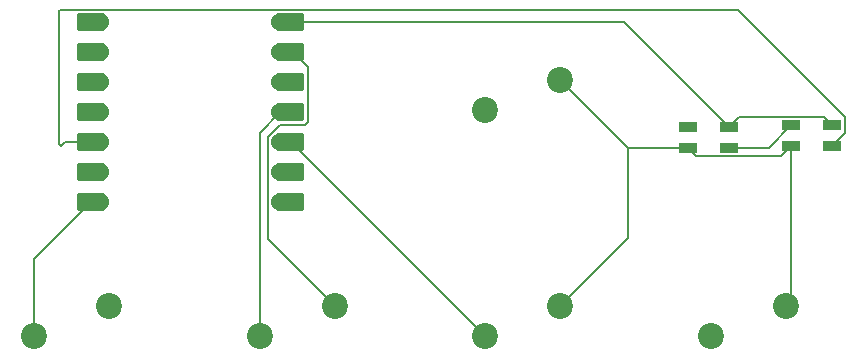
<source format=gbr>
%TF.GenerationSoftware,KiCad,Pcbnew,9.0.2*%
%TF.CreationDate,2025-06-20T17:03:44-04:00*%
%TF.ProjectId,HackPad,4861636b-5061-4642-9e6b-696361645f70,rev?*%
%TF.SameCoordinates,Original*%
%TF.FileFunction,Copper,L1,Top*%
%TF.FilePolarity,Positive*%
%FSLAX46Y46*%
G04 Gerber Fmt 4.6, Leading zero omitted, Abs format (unit mm)*
G04 Created by KiCad (PCBNEW 9.0.2) date 2025-06-20 17:03:44*
%MOMM*%
%LPD*%
G01*
G04 APERTURE LIST*
G04 Aperture macros list*
%AMRoundRect*
0 Rectangle with rounded corners*
0 $1 Rounding radius*
0 $2 $3 $4 $5 $6 $7 $8 $9 X,Y pos of 4 corners*
0 Add a 4 corners polygon primitive as box body*
4,1,4,$2,$3,$4,$5,$6,$7,$8,$9,$2,$3,0*
0 Add four circle primitives for the rounded corners*
1,1,$1+$1,$2,$3*
1,1,$1+$1,$4,$5*
1,1,$1+$1,$6,$7*
1,1,$1+$1,$8,$9*
0 Add four rect primitives between the rounded corners*
20,1,$1+$1,$2,$3,$4,$5,0*
20,1,$1+$1,$4,$5,$6,$7,0*
20,1,$1+$1,$6,$7,$8,$9,0*
20,1,$1+$1,$8,$9,$2,$3,0*%
G04 Aperture macros list end*
%TA.AperFunction,ComponentPad*%
%ADD10C,2.200000*%
%TD*%
%TA.AperFunction,SMDPad,CuDef*%
%ADD11RoundRect,0.152400X1.063600X0.609600X-1.063600X0.609600X-1.063600X-0.609600X1.063600X-0.609600X0*%
%TD*%
%TA.AperFunction,ComponentPad*%
%ADD12C,1.524000*%
%TD*%
%TA.AperFunction,SMDPad,CuDef*%
%ADD13RoundRect,0.152400X-1.063600X-0.609600X1.063600X-0.609600X1.063600X0.609600X-1.063600X0.609600X0*%
%TD*%
%TA.AperFunction,SMDPad,CuDef*%
%ADD14R,1.600000X0.850000*%
%TD*%
%TA.AperFunction,Conductor*%
%ADD15C,0.200000*%
%TD*%
G04 APERTURE END LIST*
D10*
%TO.P,SW3,1,1*%
%TO.N,GND*%
X240000000Y-96000000D03*
%TO.P,SW3,2,2*%
%TO.N,Net-(U1-GPIO4{slash}MISO)*%
X233650000Y-98540000D03*
%TD*%
%TO.P,SW4,1,1*%
%TO.N,GND*%
X221000000Y-96000000D03*
%TO.P,SW4,2,2*%
%TO.N,Net-(U1-GPIO3{slash}MOSI)*%
X214650000Y-98540000D03*
%TD*%
D11*
%TO.P,U1,1,GPIO26/ADC0/A0*%
%TO.N,unconnected-(U1-GPIO26{slash}ADC0{slash}A0-Pad1)*%
X200300000Y-71975000D03*
D12*
X201135000Y-71975000D03*
D11*
%TO.P,U1,2,GPIO27/ADC1/A1*%
%TO.N,unconnected-(U1-GPIO27{slash}ADC1{slash}A1-Pad2)*%
X200300000Y-74515000D03*
D12*
X201135000Y-74515000D03*
D11*
%TO.P,U1,3,GPIO28/ADC2/A2*%
%TO.N,unconnected-(U1-GPIO28{slash}ADC2{slash}A2-Pad3)*%
X200300000Y-77055000D03*
D12*
X201135000Y-77055000D03*
D11*
%TO.P,U1,4,GPIO29/ADC3/A3*%
%TO.N,unconnected-(U1-GPIO29{slash}ADC3{slash}A3-Pad4)*%
X200300000Y-79595000D03*
D12*
X201135000Y-79595000D03*
D11*
%TO.P,U1,5,GPIO6/SDA*%
%TO.N,Net-(D2-VDD)*%
X200300000Y-82135000D03*
D12*
X201135000Y-82135000D03*
D11*
%TO.P,U1,6,GPIO7/SCL*%
%TO.N,unconnected-(U1-GPIO7{slash}SCL-Pad6)*%
X200300000Y-84675000D03*
D12*
X201135000Y-84675000D03*
D11*
%TO.P,U1,7,GPIO0/TX*%
%TO.N,Net-(U1-GPIO0{slash}TX)*%
X200300000Y-87215000D03*
D12*
X201135000Y-87215000D03*
%TO.P,U1,8,GPIO1/RX*%
%TO.N,Net-(U1-GPIO1{slash}RX)*%
X216375000Y-87215000D03*
D13*
X217210000Y-87215000D03*
D12*
%TO.P,U1,9,GPIO2/SCK*%
%TO.N,Net-(U1-GPIO2{slash}SCK)*%
X216375000Y-84675000D03*
D13*
X217210000Y-84675000D03*
D12*
%TO.P,U1,10,GPIO4/MISO*%
%TO.N,Net-(U1-GPIO4{slash}MISO)*%
X216375000Y-82135000D03*
D13*
X217210000Y-82135000D03*
D12*
%TO.P,U1,11,GPIO3/MOSI*%
%TO.N,Net-(U1-GPIO3{slash}MOSI)*%
X216375000Y-79595000D03*
D13*
X217210000Y-79595000D03*
D12*
%TO.P,U1,12,3V3*%
%TO.N,unconnected-(U1-3V3-Pad12)*%
X216375000Y-77055000D03*
D13*
X217210000Y-77055000D03*
D12*
%TO.P,U1,13,GND*%
%TO.N,GND*%
X216375000Y-74515000D03*
D13*
X217210000Y-74515000D03*
D12*
%TO.P,U1,14,VBUS*%
%TO.N,+5V*%
X216375000Y-71975000D03*
D13*
X217210000Y-71975000D03*
%TD*%
D10*
%TO.P,SW2,1,1*%
%TO.N,GND*%
X240010000Y-76820000D03*
%TO.P,SW2,2,2*%
%TO.N,Net-(U1-GPIO2{slash}SCK)*%
X233660000Y-79360000D03*
%TD*%
%TO.P,SW5,1,1*%
%TO.N,GND*%
X201825000Y-96025000D03*
%TO.P,SW5,2,2*%
%TO.N,Net-(U1-GPIO0{slash}TX)*%
X195475000Y-98565000D03*
%TD*%
%TO.P,SW1,1,1*%
%TO.N,GND*%
X259150000Y-96010000D03*
%TO.P,SW1,2,2*%
%TO.N,Net-(U1-GPIO1{slash}RX)*%
X252800000Y-98550000D03*
%TD*%
D14*
%TO.P,D1,1,DOUT*%
%TO.N,unconnected-(D1-DOUT-Pad1)*%
X250850000Y-80825000D03*
%TO.P,D1,2,VSS*%
%TO.N,GND*%
X250850000Y-82575000D03*
%TO.P,D1,3,DIN*%
%TO.N,Net-(D1-DIN)*%
X254350000Y-82575000D03*
%TO.P,D1,4,VDD*%
%TO.N,+5V*%
X254350000Y-80825000D03*
%TD*%
%TO.P,D2,1,VSS*%
%TO.N,Net-(D1-DIN)*%
X259600000Y-80700000D03*
%TO.P,D2,2,DIN*%
%TO.N,GND*%
X259600000Y-82450000D03*
%TO.P,D2,3,VDD*%
%TO.N,Net-(D2-VDD)*%
X263100000Y-82450000D03*
%TO.P,D2,4,DOUT*%
%TO.N,+5V*%
X263100000Y-80700000D03*
%TD*%
D15*
%TO.N,+5V*%
X255201000Y-79974000D02*
X254350000Y-80825000D01*
X263100000Y-80700000D02*
X262374000Y-79974000D01*
X254350000Y-80825000D02*
X245500000Y-71975000D01*
X262374000Y-79974000D02*
X255201000Y-79974000D01*
X245500000Y-71975000D02*
X216375000Y-71975000D01*
%TO.N,Net-(D1-DIN)*%
X257700000Y-82575000D02*
X254350000Y-82575000D01*
X259575000Y-80700000D02*
X257700000Y-82575000D01*
X259600000Y-80700000D02*
X259575000Y-80700000D01*
%TO.N,GND*%
X259150000Y-96010000D02*
X259150000Y-96000000D01*
X218727000Y-75789370D02*
X217452630Y-74515000D01*
X221000000Y-96000000D02*
X215312000Y-90312000D01*
X215312000Y-81694690D02*
X216348690Y-80658000D01*
X245765000Y-82575000D02*
X240010000Y-76820000D01*
X251576000Y-83301000D02*
X250850000Y-82575000D01*
X259600000Y-95450000D02*
X259600000Y-82450000D01*
X217452630Y-74515000D02*
X216375000Y-74515000D01*
X245765000Y-82575000D02*
X245765000Y-90235000D01*
X218727000Y-80396626D02*
X218727000Y-75789370D01*
X259600000Y-82450000D02*
X258749000Y-83301000D01*
X259100000Y-95950000D02*
X259600000Y-95450000D01*
X258749000Y-83301000D02*
X251576000Y-83301000D01*
X259150000Y-96000000D02*
X259100000Y-95950000D01*
X215312000Y-90312000D02*
X215312000Y-81694690D01*
X245765000Y-90235000D02*
X240000000Y-96000000D01*
X218465626Y-80658000D02*
X218727000Y-80396626D01*
X216348690Y-80658000D02*
X218465626Y-80658000D01*
X250850000Y-82575000D02*
X245765000Y-82575000D01*
%TO.N,Net-(D2-VDD)*%
X197775000Y-82475000D02*
X198115000Y-82135000D01*
X197600000Y-71000000D02*
X197600000Y-82300000D01*
X255139000Y-70912000D02*
X197688000Y-70912000D01*
X264201000Y-81349000D02*
X264201000Y-79974000D01*
X197688000Y-70912000D02*
X197600000Y-71000000D01*
X264201000Y-79974000D02*
X255139000Y-70912000D01*
X197600000Y-82300000D02*
X197775000Y-82475000D01*
X263100000Y-82450000D02*
X264201000Y-81349000D01*
X198115000Y-82135000D02*
X201135000Y-82135000D01*
%TO.N,Net-(U1-GPIO4{slash}MISO)*%
X217245000Y-82135000D02*
X216375000Y-82135000D01*
X233650000Y-98540000D02*
X217245000Y-82135000D01*
%TO.N,Net-(U1-GPIO3{slash}MOSI)*%
X214650000Y-81320000D02*
X216375000Y-79595000D01*
X214650000Y-98540000D02*
X214650000Y-81320000D01*
%TO.N,Net-(U1-GPIO0{slash}TX)*%
X195475000Y-92040000D02*
X200300000Y-87215000D01*
X195475000Y-98565000D02*
X195475000Y-92040000D01*
%TD*%
M02*

</source>
